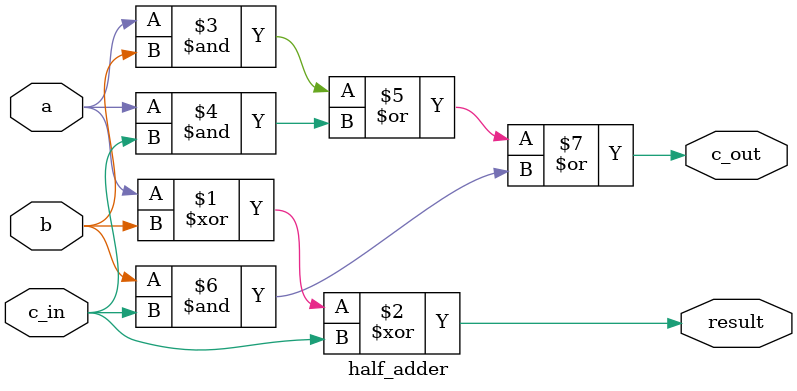
<source format=v>
module half_adder(a,b,c_in,result,c_out);
input a,b,c_in;
output result,c_out;
assign result=a^b^c_in;
assign c_out=(a&b) | (a&c_in) | (b&c_in);
endmodule

</source>
